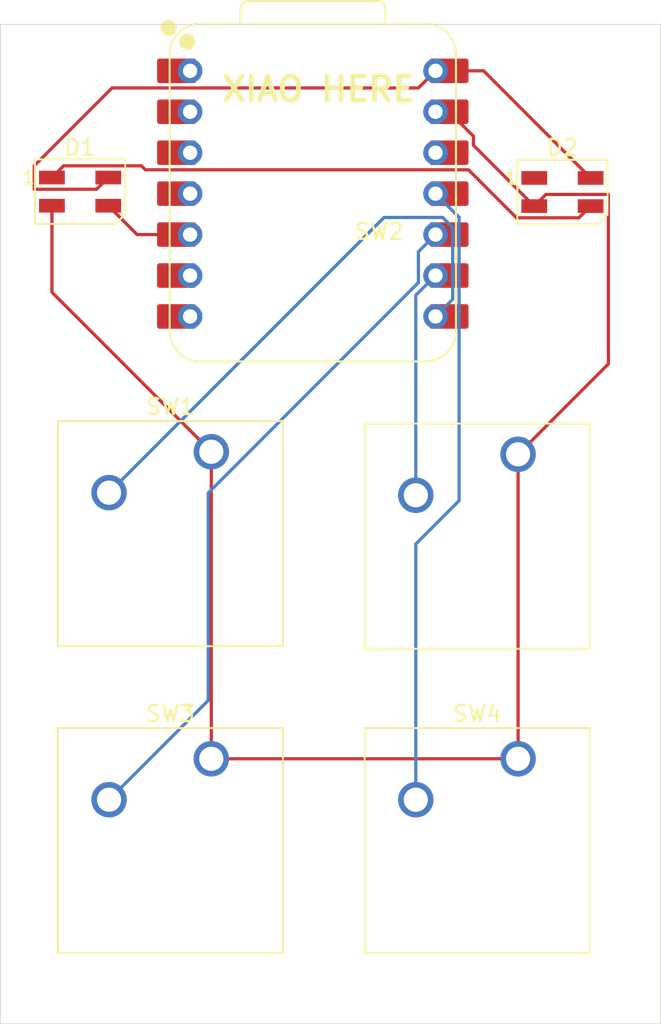
<source format=kicad_pcb>
(kicad_pcb (version 20241229) (generator "pcbnew") (generator_version "9.0")
  (layers (0 "F.Cu" signal) (2 "B.Cu" signal) (13 "F.Paste" user) (15 "B.Paste" user) (5 "F.SilkS" user "F.Silkscreen") (7 "B.SilkS" user "B.Silkscreen") (1 "F.Mask" user) (3 "B.Mask" user) (25 "Edge.Cuts" user))
  (net 0 "")
  (net 1 "Net-(D1-DIN)")
  (net 2 "Net-(D1-DOUT)")
  (net 3 "+5V")
  (net 4 "GND")
  (net 6 "Net-(U1-GPIO1{slash}RX)")
  (net 7 "Net-(U1-GPIO2{slash}SCK)")
  (net 8 "Net-(U1-GPIO4{slash}MISO)")
  (net 9 "Net-(U1-GPIO3{slash}MOSI)")
  (footprint "Button_Switch_Keyboard:SW_Cherry_MX_1.00u_PCB" (layer "F.Cu") (at 128.74625 59.3725)
    (property "Reference" "SW2" (at -8.6215 -13.827 0) (layer "F.SilkS"))
    (property "Value" "SW_Push")
    (fp_line (start -9.525 -1.905) (end 4.445 -1.905) (stroke (width 0.12)) (layer "F.SilkS"))
    (fp_line (start -9.525 12.065) (end -9.525 -1.905) (stroke (width 0.12)) (layer "F.SilkS"))
    (fp_line (start 4.445 -1.905) (end 4.445 12.065) (stroke (width 0.12)) (layer "F.SilkS"))
    (fp_line (start 4.445 12.065) (end -9.525 12.065) (stroke (width 0.12)) (layer "F.SilkS"))
    (pad "" np_thru_hole circle (at -7.62 5.08) (size 1.7 1.7) (drill 1.7) (layers "*.Cu" "*.Mask"))
    (pad "" np_thru_hole circle (at -2.54 5.08) (size 4 4) (drill 4) (layers "*.Cu" "*.Mask"))
    (pad "" np_thru_hole circle (at 2.54 5.08) (size 1.7 1.7) (drill 1.7) (layers "*.Cu" "*.Mask"))
    (pad "1" thru_hole circle (at 0 0) (size 2.2 2.2) (drill 1.5) (layers "*.Cu" "*.Mask") (net 4 "GND"))
    (pad "2" thru_hole circle (at -6.35 2.54) (size 2.2 2.2) (drill 1.5) (layers "*.Cu" "*.Mask") (net 7 "Net-(U1-GPIO2{slash}SCK)"))
  )
  (footprint "Button_Switch_Keyboard:SW_Cherry_MX_1.00u_PCB" (layer "F.Cu") (at 109.69625 78.26375)
    (property "Reference" "SW3" (at -2.54 -2.794 0) (layer "F.SilkS"))
    (property "Value" "SW_Push")
    (fp_line (start -9.525 -1.905) (end 4.445 -1.905) (stroke (width 0.12)) (layer "F.SilkS"))
    (fp_line (start -9.525 12.065) (end -9.525 -1.905) (stroke (width 0.12)) (layer "F.SilkS"))
    (fp_line (start 4.445 -1.905) (end 4.445 12.065) (stroke (width 0.12)) (layer "F.SilkS"))
    (fp_line (start 4.445 12.065) (end -9.525 12.065) (stroke (width 0.12)) (layer "F.SilkS"))
    (pad "" np_thru_hole circle (at -7.62 5.08) (size 1.7 1.7) (drill 1.7) (layers "*.Cu" "*.Mask"))
    (pad "" np_thru_hole circle (at -2.54 5.08) (size 4 4) (drill 4) (layers "*.Cu" "*.Mask"))
    (pad "" np_thru_hole circle (at 2.54 5.08) (size 1.7 1.7) (drill 1.7) (layers "*.Cu" "*.Mask"))
    (pad "1" thru_hole circle (at 0 0) (size 2.2 2.2) (drill 1.5) (layers "*.Cu" "*.Mask") (net 4 "GND"))
    (pad "2" thru_hole circle (at -6.35 2.54) (size 2.2 2.2) (drill 1.5) (layers "*.Cu" "*.Mask") (net 8 "Net-(U1-GPIO4{slash}MISO)"))
  )
  (footprint "LED_SMD:LED_SK6812MINI_PLCC4_3.5x3.5mm_P1.75mm" (layer "F.Cu") (at 101.55 43.075)
    (property "Reference" "D1" (at 0 -2.75 0) (layer "F.SilkS"))
    (property "Value" "SK6812MINI")
    (fp_line (start -2.8 -2) (end -2.8 2) (stroke (width 0.12)) (layer "F.SilkS"))
    (fp_line (start -2.8 -2) (end 2.8 -2) (stroke (width 0.12)) (layer "F.SilkS"))
    (fp_line (start -2.8 2) (end 2.2 2) (stroke (width 0.12)) (layer "F.SilkS"))
    (fp_line (start 2.8 1.4) (end 2.2 2) (stroke (width 0.12)) (layer "F.SilkS"))
    (fp_line (start 2.8 1.4) (end 2.8 -2) (stroke (width 0.12)) (layer "F.SilkS"))
    (fp_text user "1" (at -3.2 -0.875 0) (layer "F.SilkS") (effects (font (size 0.8 0.8))))
    (pad "1" smd rect (at -1.75 -0.875) (size 1.6 0.85) (layers "F.Cu" "F.Mask" "F.Paste") (net 2 "Net-(D1-DOUT)"))
    (pad "2" smd rect (at -1.75 0.875) (size 1.6 0.85) (layers "F.Cu" "F.Mask" "F.Paste") (net 4 "GND"))
    (pad "3" smd rect (at 1.75 0.875) (size 1.6 0.85) (layers "F.Cu" "F.Mask" "F.Paste") (net 1 "Net-(D1-DIN)"))
    (pad "4" smd rect (at 1.75 -0.875) (size 1.6 0.85) (layers "F.Cu" "F.Mask" "F.Paste") (net 3 "+5V"))
  )
  (footprint "Button_Switch_Keyboard:SW_Cherry_MX_1.00u_PCB" (layer "F.Cu") (at 128.74625 78.26375)
    (property "Reference" "SW4" (at -2.54 -2.794 0) (layer "F.SilkS"))
    (property "Value" "SW_Push")
    (fp_line (start -9.525 -1.905) (end 4.445 -1.905) (stroke (width 0.12)) (layer "F.SilkS"))
    (fp_line (start -9.525 12.065) (end -9.525 -1.905) (stroke (width 0.12)) (layer "F.SilkS"))
    (fp_line (start 4.445 -1.905) (end 4.445 12.065) (stroke (width 0.12)) (layer "F.SilkS"))
    (fp_line (start 4.445 12.065) (end -9.525 12.065) (stroke (width 0.12)) (layer "F.SilkS"))
    (pad "" np_thru_hole circle (at -7.62 5.08) (size 1.7 1.7) (drill 1.7) (layers "*.Cu" "*.Mask"))
    (pad "" np_thru_hole circle (at -2.54 5.08) (size 4 4) (drill 4) (layers "*.Cu" "*.Mask"))
    (pad "" np_thru_hole circle (at 2.54 5.08) (size 1.7 1.7) (drill 1.7) (layers "*.Cu" "*.Mask"))
    (pad "1" thru_hole circle (at 0 0) (size 2.2 2.2) (drill 1.5) (layers "*.Cu" "*.Mask") (net 4 "GND"))
    (pad "2" thru_hole circle (at -6.35 2.54) (size 2.2 2.2) (drill 1.5) (layers "*.Cu" "*.Mask") (net 9 "Net-(U1-GPIO3{slash}MOSI)"))
  )
  (footprint "LED_SMD:LED_SK6812MINI_PLCC4_3.5x3.5mm_P1.75mm" (layer "F.Cu") (at 131.5 43.1)
    (property "Reference" "D2" (at 0 -2.75 0) (layer "F.SilkS"))
    (property "Value" "SK6812MINI")
    (fp_line (start -2.8 -2) (end -2.8 2) (stroke (width 0.12)) (layer "F.SilkS"))
    (fp_line (start -2.8 -2) (end 2.8 -2) (stroke (width 0.12)) (layer "F.SilkS"))
    (fp_line (start -2.8 2) (end 2.2 2) (stroke (width 0.12)) (layer "F.SilkS"))
    (fp_line (start 2.8 1.4) (end 2.2 2) (stroke (width 0.12)) (layer "F.SilkS"))
    (fp_line (start 2.8 1.4) (end 2.8 -2) (stroke (width 0.12)) (layer "F.SilkS"))
    (fp_text user "1" (at -3.2 -0.875 0) (layer "F.SilkS") (effects (font (size 0.8 0.8))))
    (pad "1" smd rect (at -1.75 -0.875) (size 1.6 0.85) (layers "F.Cu" "F.Mask" "F.Paste"))
    (pad "2" smd rect (at -1.75 0.875) (size 1.6 0.85) (layers "F.Cu" "F.Mask" "F.Paste") (net 4 "GND"))
    (pad "3" smd rect (at 1.75 0.875) (size 1.6 0.85) (layers "F.Cu" "F.Mask" "F.Paste") (net 2 "Net-(D1-DOUT)"))
    (pad "4" smd rect (at 1.75 -0.875) (size 1.6 0.85) (layers "F.Cu" "F.Mask" "F.Paste") (net 3 "+5V"))
  )
  (footprint "OPL:XIAO-RP2040-DIP" (layer "F.Cu") (at 116 43.2)
    (property "Reference" "U1" (hide yes))
    (property "Value" "XIAO-RP2040-DIP")
    (fp_line (start -8.89 8.509) (end -8.89 -8.636) (stroke (width 0.127)) (layer "F.SilkS"))
    (fp_line (start -6.985 10.414) (end 6.985 10.414) (stroke (width 0.127)) (layer "F.SilkS"))
    (fp_line (start -4.495 -10.541) (end -4.491272 -11.451272) (stroke (width 0.127)) (layer "F.SilkS"))
    (fp_line (start -3.991272 -11.951) (end 4.004 -11.951) (stroke (width 0.127)) (layer "F.SilkS"))
    (fp_line (start 4.504 -11.451) (end 4.504 -10.541) (stroke (width 0.127)) (layer "F.SilkS"))
    (fp_line (start 6.985 -10.541) (end -6.985 -10.541) (stroke (width 0.1)) (layer "F.SilkS"))
    (fp_line (start 6.985 -10.541) (end -6.985 -10.541) (stroke (width 0.127)) (layer "F.SilkS"))
    (fp_line (start 8.89 8.509) (end 8.89 -8.636) (stroke (width 0.127)) (layer "F.SilkS"))
    (fp_arc (start -8.89 -8.636) (mid -8.332038 -9.983038) (end -6.985 -10.541) (stroke (width 0.127)) (layer "F.SilkS"))
    (fp_arc (start -6.985 10.414) (mid -8.332038 9.856038) (end -8.89 8.509) (stroke (width 0.127)) (layer "F.SilkS"))
    (fp_arc (start -4.491272 -11.451272) (mid -4.344728 -11.80464) (end -3.991272 -11.951) (stroke (width 0.127)) (layer "F.SilkS"))
    (fp_arc (start 4.004 -11.951) (mid 4.357553 -11.804553) (end 4.504 -11.451) (stroke (width 0.127)) (layer "F.SilkS"))
    (fp_arc (start 6.985 -10.541) (mid 8.332038 -9.983038) (end 8.89 -8.636) (stroke (width 0.127)) (layer "F.SilkS"))
    (fp_arc (start 8.89 8.509) (mid 8.332038 9.856038) (end 6.985 10.414) (stroke (width 0.127)) (layer "F.SilkS"))
    (fp_circle (center -8.95 -10.3) (end -8.95 -10.554) (stroke (width 0.5)) (fill yes) (layer "F.SilkS"))
    (fp_circle (center -7.807 -9.42) (end -7.807 -9.674) (stroke (width 0.5)) (fill yes) (layer "F.SilkS"))
    (pad "1" smd roundrect (at -8.455 -7.62 180) (size 2.432 1.524) (layers "F.Cu" "F.Mask") (roundrect_rratio 0.1))
    (pad "1" thru_hole circle (at -7.62 -7.62 180) (size 1.524 1.524) (drill 0.889) (layers "*.Cu" "*.Mask"))
    (pad "2" smd roundrect (at -8.455 -5.08 180) (size 2.432 1.524) (layers "F.Cu" "F.Mask") (roundrect_rratio 0.1))
    (pad "2" thru_hole circle (at -7.62 -5.08 180) (size 1.524 1.524) (drill 0.889) (layers "*.Cu" "*.Mask"))
    (pad "3" smd roundrect (at -8.455 -2.54 180) (size 2.432 1.524) (layers "F.Cu" "F.Mask") (roundrect_rratio 0.1))
    (pad "3" thru_hole circle (at -7.62 -2.54 180) (size 1.524 1.524) (drill 0.889) (layers "*.Cu" "*.Mask"))
    (pad "4" smd roundrect (at -8.455 0 180) (size 2.432 1.524) (layers "F.Cu" "F.Mask") (roundrect_rratio 0.1))
    (pad "4" thru_hole circle (at -7.62 0 180) (size 1.524 1.524) (drill 0.889) (layers "*.Cu" "*.Mask"))
    (pad "5" smd roundrect (at -8.455 2.54 180) (size 2.432 1.524) (layers "F.Cu" "F.Mask") (roundrect_rratio 0.1) (net 1 "Net-(D1-DIN)"))
    (pad "5" thru_hole circle (at -7.62 2.54 180) (size 1.524 1.524) (drill 0.889) (layers "*.Cu" "*.Mask") (net 1 "Net-(D1-DIN)"))
    (pad "6" smd roundrect (at -8.455 5.08 180) (size 2.432 1.524) (layers "F.Cu" "F.Mask") (roundrect_rratio 0.1))
    (pad "6" thru_hole circle (at -7.62 5.08 180) (size 1.524 1.524) (drill 0.889) (layers "*.Cu" "*.Mask"))
    (pad "7" smd roundrect (at -8.455 7.62 180) (size 2.432 1.524) (layers "F.Cu" "F.Mask") (roundrect_rratio 0.1))
    (pad "7" thru_hole circle (at -7.62 7.62 180) (size 1.524 1.524) (drill 0.889) (layers "*.Cu" "*.Mask"))
    (pad "8" thru_hole circle (at 7.62 7.62) (size 1.524 1.524) (drill 0.889) (layers "*.Cu" "*.Mask") (net 6 "Net-(U1-GPIO1{slash}RX)"))
    (pad "8" smd roundrect (at 8.455 7.62) (size 2.432 1.524) (layers "F.Cu" "F.Mask") (roundrect_rratio 0.1) (net 6 "Net-(U1-GPIO1{slash}RX)"))
    (pad "9" thru_hole circle (at 7.62 5.08) (size 1.524 1.524) (drill 0.889) (layers "*.Cu" "*.Mask") (net 7 "Net-(U1-GPIO2{slash}SCK)"))
    (pad "9" smd roundrect (at 8.455 5.08) (size 2.432 1.524) (layers "F.Cu" "F.Mask") (roundrect_rratio 0.1) (net 7 "Net-(U1-GPIO2{slash}SCK)"))
    (pad "10" thru_hole circle (at 7.62 2.54) (size 1.524 1.524) (drill 0.889) (layers "*.Cu" "*.Mask") (net 8 "Net-(U1-GPIO4{slash}MISO)"))
    (pad "10" smd roundrect (at 8.455 2.54) (size 2.432 1.524) (layers "F.Cu" "F.Mask") (roundrect_rratio 0.1) (net 8 "Net-(U1-GPIO4{slash}MISO)"))
    (pad "11" thru_hole circle (at 7.62 0) (size 1.524 1.524) (drill 0.889) (layers "*.Cu" "*.Mask") (net 9 "Net-(U1-GPIO3{slash}MOSI)"))
    (pad "11" smd roundrect (at 8.455 0) (size 2.432 1.524) (layers "F.Cu" "F.Mask") (roundrect_rratio 0.1) (net 9 "Net-(U1-GPIO3{slash}MOSI)"))
    (pad "12" thru_hole circle (at 7.62 -2.54) (size 1.524 1.524) (drill 0.889) (layers "*.Cu" "*.Mask"))
    (pad "12" smd roundrect (at 8.455 -2.54) (size 2.432 1.524) (layers "F.Cu" "F.Mask") (roundrect_rratio 0.1))
    (pad "13" thru_hole circle (at 7.62 -5.08) (size 1.524 1.524) (drill 0.889) (layers "*.Cu" "*.Mask") (net 4 "GND"))
    (pad "13" smd roundrect (at 8.455 -5.08) (size 2.432 1.524) (layers "F.Cu" "F.Mask") (roundrect_rratio 0.1) (net 4 "GND"))
    (pad "14" thru_hole circle (at 7.62 -7.62) (size 1.524 1.524) (drill 0.889) (layers "*.Cu" "*.Mask") (net 3 "+5V"))
    (pad "14" smd roundrect (at 8.455 -7.62) (size 2.432 1.524) (layers "F.Cu" "F.Mask") (roundrect_rratio 0.1) (net 3 "+5V"))
  )
  (footprint "Button_Switch_Keyboard:SW_Cherry_MX_1.00u_PCB" (layer "F.Cu") (at 109.69625 59.21375)
    (property "Reference" "SW1" (at -2.54 -2.794 0) (layer "F.SilkS"))
    (property "Value" "SW_Push")
    (fp_line (start -9.525 -1.905) (end 4.445 -1.905) (stroke (width 0.12)) (layer "F.SilkS"))
    (fp_line (start -9.525 12.065) (end -9.525 -1.905) (stroke (width 0.12)) (layer "F.SilkS"))
    (fp_line (start 4.445 -1.905) (end 4.445 12.065) (stroke (width 0.12)) (layer "F.SilkS"))
    (fp_line (start 4.445 12.065) (end -9.525 12.065) (stroke (width 0.12)) (layer "F.SilkS"))
    (pad "" np_thru_hole circle (at -7.62 5.08) (size 1.7 1.7) (drill 1.7) (layers "*.Cu" "*.Mask"))
    (pad "" np_thru_hole circle (at -2.54 5.08) (size 4 4) (drill 4) (layers "*.Cu" "*.Mask"))
    (pad "" np_thru_hole circle (at 2.54 5.08) (size 1.7 1.7) (drill 1.7) (layers "*.Cu" "*.Mask"))
    (pad "1" thru_hole circle (at 0 0) (size 2.2 2.2) (drill 1.5) (layers "*.Cu" "*.Mask") (net 4 "GND"))
    (pad "2" thru_hole circle (at -6.35 2.54) (size 2.2 2.2) (drill 1.5) (layers "*.Cu" "*.Mask") (net 6 "Net-(U1-GPIO1{slash}RX)"))
  )
  (gr_rect (start 96.6 32.7) (end 137.6 94.7) (stroke (width 0.05)) (fill no) (layer "Edge.Cuts"))
  (gr_text "XIAO HERE" (at 110.2 37.6 0) (layer "F.SilkS") (effects (font (size 1.5 1.5) (thickness 0.3) (bold yes)) (justify left bottom)))
  (segment (start 105.09 45.74) (end 108.38 45.74) (width 0.2) (layer "F.Cu") (net 1))
  (segment (start 103.3 43.95) (end 105.09 45.74) (width 0.2) (layer "F.Cu") (net 1))
  (segment (start 125.671 41.723) (end 105.604 41.723) (width 0.2) (layer "F.Cu") (net 2))
  (segment (start 132.524 44.701) (end 128.649 44.701) (width 0.2) (layer "F.Cu") (net 2))
  (segment (start 105.355 41.474) (end 100.526 41.474) (width 0.2) (layer "F.Cu") (net 2))
  (segment (start 100.526 41.474) (end 99.8 42.2) (width 0.2) (layer "F.Cu") (net 2))
  (segment (start 128.649 44.701) (end 125.671 41.723) (width 0.2) (layer "F.Cu") (net 2))
  (segment (start 105.604 41.723) (end 105.355 41.474) (width 0.2) (layer "F.Cu") (net 2))
  (segment (start 133.25 43.975) (end 132.524 44.701) (width 0.2) (layer "F.Cu") (net 2))
  (segment (start 123.62 35.58) (end 126.605 35.58) (width 0.2) (layer "F.Cu") (net 3))
  (segment (start 102.574 42.926) (end 98.699 42.926) (width 0.2) (layer "F.Cu") (net 3))
  (segment (start 122.557 36.643) (end 123.62 35.58) (width 0.2) (layer "F.Cu") (net 3))
  (segment (start 103.3 42.2) (end 102.574 42.926) (width 0.2) (layer "F.Cu") (net 3))
  (segment (start 103.3 42.2) (end 103.363 42.137) (width 0.2) (layer "F.Cu") (net 3))
  (segment (start 126.605 35.58) (end 133.25 42.225) (width 0.2) (layer "F.Cu") (net 3))
  (segment (start 98.699 42.926) (end 98.699 41.474) (width 0.2) (layer "F.Cu") (net 3))
  (segment (start 98.699 41.474) (end 103.53 36.643) (width 0.2) (layer "F.Cu") (net 3))
  (segment (start 103.53 36.643) (end 122.557 36.643) (width 0.2) (layer "F.Cu") (net 3))
  (segment (start 134.351 53.76775) (end 128.74625 59.3725) (width 0.2) (layer "F.Cu") (net 4))
  (segment (start 128.74625 78.26375) (end 109.69625 78.26375) (width 0.2) (layer "F.Cu") (net 4))
  (segment (start 125.972 40.197) (end 125.972 39.637) (width 0.2) (layer "F.Cu") (net 4))
  (segment (start 129.75 43.975) (end 125.972 40.197) (width 0.2) (layer "F.Cu") (net 4))
  (segment (start 134.351 43.249) (end 134.351 53.76775) (width 0.2) (layer "F.Cu") (net 4))
  (segment (start 99.8 49.3175) (end 99.8 43.95) (width 0.2) (layer "F.Cu") (net 4))
  (segment (start 125.972 39.637) (end 124.455 38.12) (width 0.2) (layer "F.Cu") (net 4))
  (segment (start 109.69625 59.21375) (end 99.8 49.3175) (width 0.2) (layer "F.Cu") (net 4))
  (segment (start 109.69625 78.26375) (end 109.69625 59.21375) (width 0.2) (layer "F.Cu") (net 4))
  (segment (start 130.476 43.249) (end 134.351 43.249) (width 0.2) (layer "F.Cu") (net 4))
  (segment (start 129.75 43.975) (end 130.476 43.249) (width 0.2) (layer "F.Cu") (net 4))
  (segment (start 128.74625 78.26375) (end 128.74625 59.3725) (width 0.2) (layer "F.Cu") (net 4))
  (segment (start 124.683 45.29969) (end 124.683 49.757) (width 0.2) (layer "B.Cu") (net 6))
  (segment (start 120.423 44.677) (end 124.06031 44.677) (width 0.2) (layer "B.Cu") (net 6))
  (segment (start 124.06031 44.677) (end 124.683 45.29969) (width 0.2) (layer "B.Cu") (net 6))
  (segment (start 103.34625 61.75375) (end 120.423 44.677) (width 0.2) (layer "B.Cu") (net 6))
  (segment (start 124.683 49.757) (end 123.62 50.82) (width 0.2) (layer "B.Cu") (net 6))
  (segment (start 122.39625 61.9125) (end 122.39625 49.50375) (width 0.2) (layer "B.Cu") (net 7))
  (segment (start 122.39625 49.50375) (end 123.62 48.28) (width 0.2) (layer "B.Cu") (net 7))
  (segment (start 122.557 48.72031) (end 122.557 46.803) (width 0.2) (layer "B.Cu") (net 8))
  (segment (start 103.34625 80.80375) (end 109.50725 74.64275) (width 0.2) (layer "B.Cu") (net 8))
  (segment (start 109.50725 74.64275) (end 109.50725 61.77006) (width 0.2) (layer "B.Cu") (net 8))
  (segment (start 109.50725 61.77006) (end 122.557 48.72031) (width 0.2) (layer "B.Cu") (net 8))
  (segment (start 122.557 46.803) (end 123.62 45.74) (width 0.2) (layer "B.Cu") (net 8))
  (segment (start 125.084 62.249934) (end 125.084 44.664) (width 0.2) (layer "B.Cu") (net 9))
  (segment (start 122.39625 64.937684) (end 125.084 62.249934) (width 0.2) (layer "B.Cu") (net 9))
  (segment (start 122.39625 80.80375) (end 122.4 80.8075) (width 0.2) (layer "B.Cu") (net 9))
  (segment (start 125.084 44.664) (end 123.62 43.2) (width 0.2) (layer "B.Cu") (net 9))
  (segment (start 122.39625 80.80375) (end 122.39625 64.937684) (width 0.2) (layer "B.Cu") (net 9))
)
</source>
